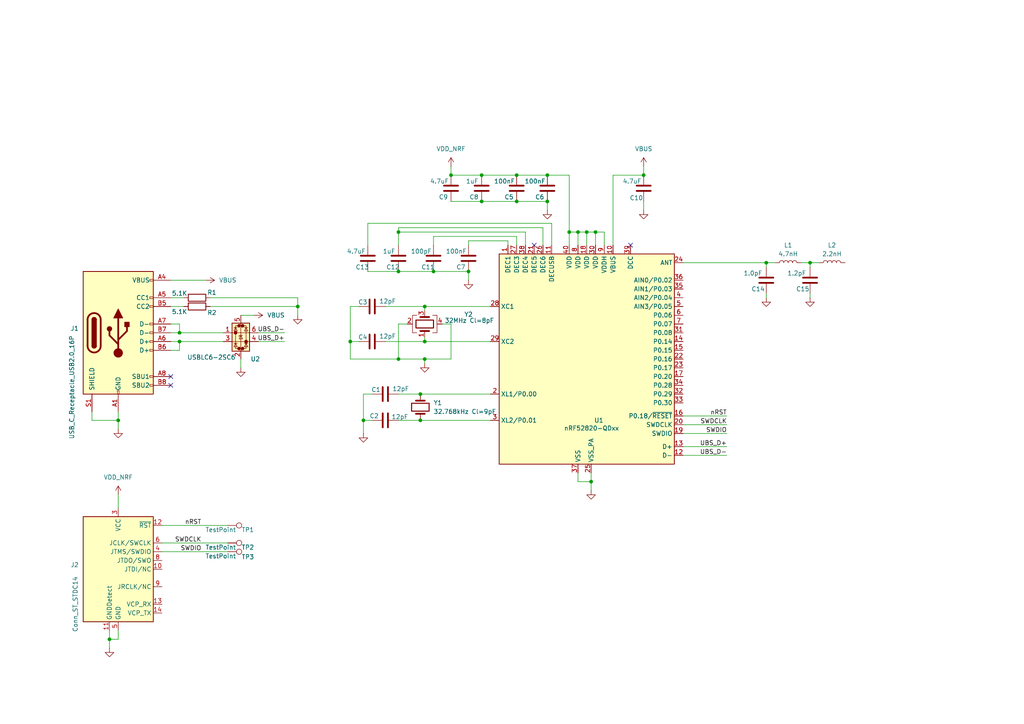
<source format=kicad_sch>
(kicad_sch (version 20250114) (generator "eeschema") (generator_version "9.0")
  (paper "A4")
  (lib_symbols
    (symbol "Connector:Conn_ST_STDC14"
      (property "Reference" "J" (at -8.89 16.51 0))
      (property "Value" "Conn_ST_STDC14" (at 17.78 16.51 0))
      (symbol "Conn_ST_STDC14_0_1"
        (rectangle (start -10.16 15.24) (end 10.16 -15.24) (stroke (width 0.254)) (fill (type background)))
      )
      (symbol "Conn_ST_STDC14_1_1"
        (pin no_connect line (at -10.16 5.08 0) (length 2.54) (hide yes) (name "NC") (number "1"))
        (pin no_connect line (at -10.16 2.54 0) (length 2.54) (hide yes) (name "NC") (number "2"))
        (pin passive line (at -2.54 -17.78 90) (length 2.54) (name "GNDDetect") (number "11"))
        (pin power_in line (at 0 17.78 270) (length 2.54) (name "VCC") (number "3"))
        (pin power_in line (at 0 -17.78 90) (length 2.54) (name "GND") (number "5"))
        (pin passive line (at 0 -17.78 90) (length 2.54) (hide yes) (name "GND") (number "7"))
        (pin open_collector line (at 12.7 12.7 180) (length 2.54) (name "~{RST}") (number "12"))
        (pin output line (at 12.7 7.62 180) (length 2.54) (name "JCLK/SWCLK") (number "6"))
        (pin bidirectional line (at 12.7 5.08 180) (length 2.54) (name "JTMS/SWDIO") (number "4"))
        (pin input line (at 12.7 2.54 180) (length 2.54) (name "JTDO/SWO") (number "8"))
        (pin output line (at 12.7 0 180) (length 2.54) (name "JTDI/NC") (number "10"))
        (pin input line (at 12.7 -5.08 180) (length 2.54) (name "JRCLK/NC") (number "9"))
        (pin output line (at 12.7 -10.16 180) (length 2.54) (name "VCP_RX") (number "13"))
        (pin input line (at 12.7 -12.7 180) (length 2.54) (name "VCP_TX") (number "14"))
      )
    )
    (symbol "Connector:TestPoint" (pin_numbers (hide yes)) (pin_names (offset 0.762) (hide yes))
      (property "Reference" "TP" (at 0 6.858 0))
      (property "Value" "TestPoint" (at 0 5.08 0))
      (symbol "TestPoint_0_1"
        (circle (center 0 3.302) (radius 0.762))
      )
      (symbol "TestPoint_1_1"
        (pin passive line (at 0 0 90) (length 2.54) (name "1") (number "1"))
      )
    )
    (symbol "Connector:USB_C_Receptacle_USB2.0_16P" (pin_names (offset 1.016))
      (property "Reference" "J" (at 0 22.225 0))
      (property "Value" "USB_C_Receptacle_USB2.0_16P" (at 0 19.685 0))
      (symbol "USB_C_Receptacle_USB2.0_16P_0_0"
        (rectangle (start -0.254 -17.78) (end 0.254 -16.764))
        (rectangle (start 10.16 15.494) (end 9.144 14.986))
        (rectangle (start 10.16 10.414) (end 9.144 9.906))
        (rectangle (start 10.16 7.874) (end 9.144 7.366))
        (rectangle (start 10.16 2.794) (end 9.144 2.286))
        (rectangle (start 10.16 0.254) (end 9.144 -0.254))
        (rectangle (start 10.16 -2.286) (end 9.144 -2.794))
        (rectangle (start 10.16 -4.826) (end 9.144 -5.334))
        (rectangle (start 10.16 -12.446) (end 9.144 -12.954))
        (rectangle (start 10.16 -14.986) (end 9.144 -15.494))
      )
      (symbol "USB_C_Receptacle_USB2.0_16P_0_1"
        (rectangle (start -10.16 17.78) (end 10.16 -17.78) (stroke (width 0.254)) (fill (type background)))
        (polyline (pts (xy -8.89 -3.81) (xy -8.89 3.81)) (stroke (width 0.508)))
        (rectangle (start -7.62 -3.81) (end -6.35 3.81) (stroke (width 0.254)) (fill (type outline)))
        (arc (start -7.62 3.81) (mid -6.985 4.4423) (end -6.35 3.81) (stroke (width 0.254)))
        (arc (start -7.62 3.81) (mid -6.985 4.4423) (end -6.35 3.81) (stroke (width 0.254)) (fill (type outline)))
        (arc (start -8.89 3.81) (mid -6.985 5.7067) (end -5.08 3.81) (stroke (width 0.508)))
        (arc (start -5.08 -3.81) (mid -6.985 -5.7067) (end -8.89 -3.81) (stroke (width 0.508)))
        (arc (start -6.35 -3.81) (mid -6.985 -4.4423) (end -7.62 -3.81) (stroke (width 0.254)))
        (arc (start -6.35 -3.81) (mid -6.985 -4.4423) (end -7.62 -3.81) (stroke (width 0.254)) (fill (type outline)))
        (polyline (pts (xy -5.08 3.81) (xy -5.08 -3.81)) (stroke (width 0.508)))
        (circle (center -2.54 1.143) (radius 0.635) (stroke (width 0.254)) (fill (type outline)))
        (polyline (pts (xy -1.27 4.318) (xy 0 6.858) (xy 1.27 4.318) (xy -1.27 4.318)) (stroke (width 0.254)) (fill (type outline)))
        (polyline (pts (xy 0 -2.032) (xy 2.54 0.508) (xy 2.54 1.778)) (stroke (width 0.508)))
        (polyline (pts (xy 0 -3.302) (xy -2.54 -0.762) (xy -2.54 0.508)) (stroke (width 0.508)))
        (polyline (pts (xy 0 -5.842) (xy 0 4.318)) (stroke (width 0.508)))
        (circle (center 0 -5.842) (radius 1.27) (fill (type outline)))
        (rectangle (start 1.905 1.778) (end 3.175 3.048) (stroke (width 0.254)) (fill (type outline)))
      )
      (symbol "USB_C_Receptacle_USB2.0_16P_1_1"
        (pin passive line (at -7.62 -22.86 90) (length 5.08) (name "SHIELD") (number "S1"))
        (pin passive line (at 0 -22.86 90) (length 5.08) (name "GND") (number "A1"))
        (pin passive line (at 0 -22.86 90) (length 5.08) (hide yes) (name "GND") (number "A12"))
        (pin passive line (at 0 -22.86 90) (length 5.08) (hide yes) (name "GND") (number "B1"))
        (pin passive line (at 0 -22.86 90) (length 5.08) (hide yes) (name "GND") (number "B12"))
        (pin passive line (at 15.24 15.24 180) (length 5.08) (name "VBUS") (number "A4"))
        (pin passive line (at 15.24 15.24 180) (length 5.08) (hide yes) (name "VBUS") (number "A9"))
        (pin passive line (at 15.24 15.24 180) (length 5.08) (hide yes) (name "VBUS") (number "B4"))
        (pin passive line (at 15.24 15.24 180) (length 5.08) (hide yes) (name "VBUS") (number "B9"))
        (pin bidirectional line (at 15.24 10.16 180) (length 5.08) (name "CC1") (number "A5"))
        (pin bidirectional line (at 15.24 7.62 180) (length 5.08) (name "CC2") (number "B5"))
        (pin bidirectional line (at 15.24 2.54 180) (length 5.08) (name "D-") (number "A7"))
        (pin bidirectional line (at 15.24 0 180) (length 5.08) (name "D-") (number "B7"))
        (pin bidirectional line (at 15.24 -2.54 180) (length 5.08) (name "D+") (number "A6"))
        (pin bidirectional line (at 15.24 -5.08 180) (length 5.08) (name "D+") (number "B6"))
        (pin bidirectional line (at 15.24 -12.7 180) (length 5.08) (name "SBU1") (number "A8"))
        (pin bidirectional line (at 15.24 -15.24 180) (length 5.08) (name "SBU2") (number "B8"))
      )
    )
    (symbol "Device:C" (pin_numbers (hide yes)) (pin_names (offset 0.254))
      (property "Reference" "C" (at 0.635 2.54 0))
      (property "Value" "C" (at 0.635 -2.54 0))
      (symbol "C_0_1"
        (polyline (pts (xy -2.032 0.762) (xy 2.032 0.762)) (stroke (width 0.508)))
        (polyline (pts (xy -2.032 -0.762) (xy 2.032 -0.762)) (stroke (width 0.508)))
      )
      (symbol "C_1_1"
        (pin passive line (at 0 3.81 270) (length 2.794) (name "~") (number "1"))
        (pin passive line (at 0 -3.81 90) (length 2.794) (name "~") (number "2"))
      )
    )
    (symbol "Device:Crystal" (pin_numbers (hide yes)) (pin_names (offset 1.016) (hide yes))
      (property "Reference" "Y" (at 0 3.81 0))
      (property "Value" "Crystal" (at 0 -3.81 0))
      (symbol "Crystal_0_1"
        (polyline (pts (xy -2.54 0) (xy -1.905 0)))
        (polyline (pts (xy -1.905 -1.27) (xy -1.905 1.27)) (stroke (width 0.508)))
        (rectangle (start -1.143 2.54) (end 1.143 -2.54) (stroke (width 0.3048)))
        (polyline (pts (xy 1.905 -1.27) (xy 1.905 1.27)) (stroke (width 0.508)))
        (polyline (pts (xy 2.54 0) (xy 1.905 0)))
      )
      (symbol "Crystal_1_1"
        (pin passive line (at -3.81 0 0) (length 1.27) (name "1") (number "1"))
        (pin passive line (at 3.81 0 180) (length 1.27) (name "2") (number "2"))
      )
    )
    (symbol "Device:Crystal_GND24" (pin_names (offset 1.016) (hide yes))
      (property "Reference" "Y" (at 3.175 5.08 0))
      (property "Value" "Crystal_GND24" (at 3.175 3.175 0))
      (symbol "Crystal_GND24_0_1"
        (polyline (pts (xy -2.54 2.286) (xy -2.54 3.556) (xy 2.54 3.556) (xy 2.54 2.286)))
        (polyline (pts (xy -2.54 0) (xy -2.032 0)))
        (polyline (pts (xy -2.54 -2.286) (xy -2.54 -3.556) (xy 2.54 -3.556) (xy 2.54 -2.286)))
        (polyline (pts (xy -2.032 -1.27) (xy -2.032 1.27)) (stroke (width 0.508)))
        (rectangle (start -1.143 2.54) (end 1.143 -2.54) (stroke (width 0.3048)))
        (polyline (pts (xy 0 3.556) (xy 0 3.81)))
        (polyline (pts (xy 0 -3.81) (xy 0 -3.556)))
        (polyline (pts (xy 2.032 0) (xy 2.54 0)))
        (polyline (pts (xy 2.032 -1.27) (xy 2.032 1.27)) (stroke (width 0.508)))
      )
      (symbol "Crystal_GND24_1_1"
        (pin passive line (at -3.81 0 0) (length 1.27) (name "1") (number "1"))
        (pin passive line (at 0 5.08 270) (length 1.27) (name "2") (number "2"))
        (pin passive line (at 0 -5.08 90) (length 1.27) (name "4") (number "4"))
        (pin passive line (at 3.81 0 180) (length 1.27) (name "3") (number "3"))
      )
    )
    (symbol "Device:L" (pin_numbers (hide yes)) (pin_names (offset 1.016) (hide yes))
      (property "Reference" "L" (at -1.27 0 90))
      (property "Value" "L" (at 1.905 0 90))
      (symbol "L_0_1"
        (arc (start 0 2.54) (mid 0.6323 1.905) (end 0 1.27))
        (arc (start 0 1.27) (mid 0.6323 0.635) (end 0 0))
        (arc (start 0 0) (mid 0.6323 -0.635) (end 0 -1.27))
        (arc (start 0 -1.27) (mid 0.6323 -1.905) (end 0 -2.54))
      )
      (symbol "L_1_1"
        (pin passive line (at 0 3.81 270) (length 1.27) (name "1") (number "1"))
        (pin passive line (at 0 -3.81 90) (length 1.27) (name "2") (number "2"))
      )
    )
    (symbol "Device:R" (pin_numbers (hide yes)) (pin_names (offset 0))
      (property "Reference" "R" (at 2.032 0 90))
      (property "Value" "R" (at 0 0 90))
      (symbol "R_0_1"
        (rectangle (start -1.016 -2.54) (end 1.016 2.54) (stroke (width 0.254)))
      )
      (symbol "R_1_1"
        (pin passive line (at 0 3.81 270) (length 1.27) (name "~") (number "1"))
        (pin passive line (at 0 -3.81 90) (length 1.27) (name "~") (number "2"))
      )
    )
    (symbol "MCU_Nordic:nRF52820-QDxx"
      (property "Reference" "U1" (at 2.1433 -25.4 0))
      (property "Value" "nRF52820-QDxx" (at 2.1433 -27.94 0))
      (symbol "nRF52820-QDxx_0_1"
        (rectangle (start -25.4 22.86) (end 25.4 -38.1) (stroke (width 0.254)) (fill (type background)))
      )
      (symbol "nRF52820-QDxx_1_1"
        (pin input line (at -27.94 7.62 0) (length 2.54) (name "XC1") (number "28"))
        (pin input line (at -27.94 -2.54 0) (length 2.54) (name "XC2") (number "29"))
        (pin bidirectional line (at -27.94 -17.78 0) (length 2.54) (name "XL1/P0.00") (number "2"))
        (pin bidirectional line (at -27.94 -25.4 0) (length 2.54) (name "XL2/P0.01") (number "3"))
        (pin passive line (at -22.86 25.4 270) (length 2.54) (name "DEC1") (number "1"))
        (pin passive line (at -20.32 25.4 270) (length 2.54) (name "DEC3") (number "27"))
        (pin passive line (at -17.78 25.4 270) (length 2.54) (name "DEC4") (number "38"))
        (pin passive line (at -15.24 25.4 270) (length 2.54) (name "DEC5") (number "21"))
        (pin passive line (at -12.7 25.4 270) (length 2.54) (name "DEC6") (number "26"))
        (pin passive line (at -10.16 25.4 270) (length 2.54) (name "DECUSB") (number "11"))
        (pin power_in line (at -5.08 25.4 270) (length 2.54) (name "VDD") (number "40"))
        (pin power_in line (at -2.54 25.4 270) (length 2.54) (name "VDD") (number "8"))
        (pin passive line (at -2.54 -25.4 90) (length 2.54) (hide yes) (name "VSS") (number "41"))
        (pin power_in line (at -2.54 -40.64 90) (length 2.54) (name "VSS") (number "37"))
        (pin power_in line (at 0 25.4 270) (length 2.54) (name "VDD") (number "18"))
        (pin power_in line (at 1.27 -40.64 90) (length 2.54) (name "VSS_PA") (number "25"))
        (pin power_in line (at 2.54 25.4 270) (length 2.54) (name "VDD") (number "30"))
        (pin power_in line (at 5.08 25.4 270) (length 2.54) (name "VDDH") (number "9"))
        (pin power_in line (at 7.62 25.4 270) (length 2.54) (name "VBUS") (number "10"))
        (pin power_out line (at 12.7 25.4 270) (length 2.54) (name "DCC") (number "39"))
        (pin passive line (at 27.94 20.32 180) (length 2.54) (name "ANT") (number "24"))
        (pin bidirectional line (at 27.94 15.24 180) (length 2.54) (name "AIN0/P0.02") (number "36"))
        (pin bidirectional line (at 27.94 12.7 180) (length 2.54) (name "AIN1/P0.03") (number "35"))
        (pin bidirectional line (at 27.94 10.16 180) (length 2.54) (name "AIN2/P0.04") (number "4"))
        (pin bidirectional line (at 27.94 7.62 180) (length 2.54) (name "AIN3/P0.05") (number "5"))
        (pin bidirectional line (at 27.94 5.08 180) (length 2.54) (name "P0.06") (number "6"))
        (pin bidirectional line (at 27.94 2.54 180) (length 2.54) (name "P0.07") (number "7"))
        (pin bidirectional line (at 27.94 0 180) (length 2.54) (name "P0.08") (number "31"))
        (pin bidirectional line (at 27.94 -2.54 180) (length 2.54) (name "P0.14") (number "14"))
        (pin bidirectional line (at 27.94 -5.08 180) (length 2.54) (name "P0.15") (number "15"))
        (pin bidirectional line (at 27.94 -7.62 180) (length 2.54) (name "P0.16") (number "22"))
        (pin bidirectional line (at 27.94 -10.16 180) (length 2.54) (name "P0.17") (number "23"))
        (pin bidirectional line (at 27.94 -12.7 180) (length 2.54) (name "P0.20") (number "17"))
        (pin bidirectional line (at 27.94 -15.24 180) (length 2.54) (name "P0.28") (number "34"))
        (pin bidirectional line (at 27.94 -17.78 180) (length 2.54) (name "P0.29") (number "32"))
        (pin bidirectional line (at 27.94 -20.32 180) (length 2.54) (name "P0.30") (number "33"))
        (pin bidirectional line (at 27.94 -24.13 180) (length 2.54) (name "P0.18/~{RESET}") (number "16"))
        (pin input line (at 27.94 -26.67 180) (length 2.54) (name "SWDCLK") (number "20"))
        (pin bidirectional line (at 27.94 -29.21 180) (length 2.54) (name "SWDIO") (number "19"))
        (pin bidirectional line (at 27.94 -33.02 180) (length 2.54) (name "D+") (number "13"))
        (pin bidirectional line (at 27.94 -35.56 180) (length 2.54) (name "D-") (number "12"))
      )
    )
    (symbol "Power_Protection:USBLC6-2SC6" (pin_names (hide yes))
      (property "Reference" "U" (at 0.635 5.715 0))
      (property "Value" "USBLC6-2SC6" (at 0.635 3.81 0))
      (symbol "USBLC6-2SC6_0_0"
        (circle (center -1.524 0) (radius 0.0001) (stroke (width 0.508)))
        (circle (center -0.508 2.032) (radius 0.0001) (stroke (width 0.508)))
        (circle (center -0.508 -4.572) (radius 0.0001) (stroke (width 0.508)))
        (circle (center 0.508 2.032) (radius 0.0001) (stroke (width 0.508)))
        (circle (center 0.508 -4.572) (radius 0.0001) (stroke (width 0.508)))
        (circle (center 1.524 -2.54) (radius 0.0001) (stroke (width 0.508)))
      )
      (symbol "USBLC6-2SC6_0_1"
        (polyline (pts (xy -2.54 0) (xy 2.54 0)))
        (polyline (pts (xy -2.54 -2.54) (xy 2.54 -2.54)))
        (polyline (pts (xy -2.032 0.508) (xy -1.016 0.508) (xy -1.524 1.524) (xy -2.032 0.508)))
        (polyline (pts (xy -2.032 -3.048) (xy -1.016 -3.048)))
        (polyline (pts (xy -1.016 1.524) (xy -2.032 1.524)))
        (polyline (pts (xy -1.016 -4.064) (xy -2.032 -4.064) (xy -1.524 -3.048) (xy -1.016 -4.064)))
        (polyline (pts (xy -0.508 -1.143) (xy -0.508 -0.762) (xy 0.508 -0.762)))
        (polyline (pts (xy 0 2.54) (xy -0.508 2.032) (xy 0.508 2.032) (xy 0 1.524) (xy 0 -4.064) (xy -0.508 -4.572) (xy 0.508 -4.572) (xy 0 -5.08)))
        (polyline (pts (xy 0.508 -1.778) (xy -0.508 -1.778) (xy 0 -0.762) (xy 0.508 -1.778)))
        (polyline (pts (xy 1.016 1.524) (xy 2.032 1.524)))
        (polyline (pts (xy 1.016 -3.048) (xy 2.032 -3.048)))
        (polyline (pts (xy 2.032 0.508) (xy 1.016 0.508) (xy 1.524 1.524) (xy 2.032 0.508)))
        (polyline (pts (xy 2.032 -4.064) (xy 1.016 -4.064) (xy 1.524 -3.048) (xy 2.032 -4.064)))
      )
      (symbol "USBLC6-2SC6_1_1"
        (rectangle (start -2.54 2.794) (end 2.54 -5.334) (stroke (width 0.254)) (fill (type background)))
        (polyline (pts (xy -0.508 2.032) (xy -1.524 2.032) (xy -1.524 -4.572) (xy -0.508 -4.572)))
        (polyline (pts (xy 0.508 -4.572) (xy 1.524 -4.572) (xy 1.524 2.032) (xy 0.508 2.032)))
        (pin passive line (at -5.08 0 0) (length 2.54) (name "I/O1") (number "1"))
        (pin passive line (at -5.08 -2.54 0) (length 2.54) (name "I/O2") (number "3"))
        (pin passive line (at 0 5.08 270) (length 2.54) (name "VBUS") (number "5"))
        (pin passive line (at 0 -7.62 90) (length 2.54) (name "GND") (number "2"))
        (pin passive line (at 5.08 0 180) (length 2.54) (name "I/O1") (number "6"))
        (pin passive line (at 5.08 -2.54 180) (length 2.54) (name "I/O2") (number "4"))
      )
    )
    (symbol "power:GND" (power) (pin_numbers (hide yes)) (pin_names (offset 0) (hide yes))
      (property "Value" "GND" (at 0 -3.81 0))
      (symbol "GND_0_1"
        (polyline (pts (xy 0 0) (xy 0 -1.27) (xy 1.27 -1.27) (xy 0 -2.54) (xy -1.27 -1.27) (xy 0 -1.27)))
      )
      (symbol "GND_1_1"
        (pin power_in line (at 0 0 270) (length 0) (name "~") (number "1"))
      )
    )
    (symbol "power:VDD" (power) (pin_numbers (hide yes)) (pin_names (offset 0) (hide yes))
      (property "Value" "VDD" (at 0 3.556 0))
      (symbol "VDD_0_1"
        (polyline (pts (xy -0.762 1.27) (xy 0 2.54)))
        (polyline (pts (xy 0 2.54) (xy 0.762 1.27)))
        (polyline (pts (xy 0 0) (xy 0 2.54)))
      )
      (symbol "VDD_1_1"
        (pin power_in line (at 0 0 90) (length 0) (name "~") (number "1"))
      )
    )
  )
  (junction (at 115.57 78.74))
  (junction (at 123.19 104.14))
  (junction (at 170.18 67.31))
  (junction (at 52.07 99.06))
  (junction (at 123.19 99.06))
  (junction (at 125.73 78.74))
  (junction (at 121.92 114.3))
  (junction (at 222.25 76.2))
  (junction (at 186.69 50.8))
  (junction (at 31.75 185.42))
  (junction (at 171.45 139.7))
  (junction (at 130.81 50.8))
  (junction (at 139.7 58.42))
  (junction (at 172.72 67.31))
  (junction (at 139.7 50.8))
  (junction (at 86.36 88.9))
  (junction (at 158.75 50.8))
  (junction (at 234.95 76.2))
  (junction (at 123.19 88.9))
  (junction (at 115.57 67.31))
  (junction (at 115.57 104.14))
  (junction (at 121.92 121.92))
  (junction (at 101.6 99.06))
  (junction (at 135.89 78.74))
  (junction (at 105.41 121.92))
  (junction (at 149.86 58.42))
  (junction (at 158.75 58.42))
  (junction (at 165.1 67.31))
  (junction (at 149.86 50.8))
  (junction (at 52.07 96.52))
  (junction (at 34.29 121.92))
  (junction (at 167.64 67.31))
  (no_connect (at 49.53 111.76))
  (no_connect (at 49.53 109.22))
  (no_connect (at 154.94 71.12))
  (no_connect (at 182.88 71.12))
  (wire (pts (xy 177.8 50.8) (xy 186.69 50.8)))
  (wire (pts (xy 147.32 69.85) (xy 135.89 69.85)))
  (wire (pts (xy 222.25 76.2) (xy 224.79 76.2)))
  (wire (pts (xy 123.19 105.41) (xy 123.19 104.14)))
  (wire (pts (xy 135.89 78.74) (xy 135.89 81.28)))
  (wire (pts (xy 158.75 50.8) (xy 165.1 50.8)))
  (wire (pts (xy 165.1 67.31) (xy 165.1 71.12)))
  (wire (pts (xy 172.72 67.31) (xy 170.18 67.31)))
  (wire (pts (xy 105.41 114.3) (xy 105.41 121.92)))
  (wire (pts (xy 121.92 114.3) (xy 142.24 114.3)))
  (wire (pts (xy 49.53 101.6) (xy 52.07 101.6)))
  (wire (pts (xy 53.34 88.9) (xy 49.53 88.9)))
  (wire (pts (xy 31.75 185.42) (xy 31.75 187.96)))
  (wire (pts (xy 160.02 64.77) (xy 106.68 64.77)))
  (wire (pts (xy 157.48 66.04) (xy 115.57 66.04)))
  (wire (pts (xy 198.12 123.19) (xy 210.82 123.19)))
  (wire (pts (xy 123.19 88.9) (xy 142.24 88.9)))
  (wire (pts (xy 59.69 81.28) (xy 49.53 81.28)))
  (wire (pts (xy 52.07 99.06) (xy 49.53 99.06)))
  (wire (pts (xy 106.68 64.77) (xy 106.68 71.12)))
  (wire (pts (xy 69.85 104.14) (xy 69.85 106.68)))
  (wire (pts (xy 101.6 104.14) (xy 101.6 99.06)))
  (wire (pts (xy 157.48 71.12) (xy 157.48 66.04)))
  (wire (pts (xy 104.14 88.9) (xy 101.6 88.9)))
  (wire (pts (xy 125.73 68.58) (xy 125.73 71.12)))
  (wire (pts (xy 167.64 139.7) (xy 167.64 137.16)))
  (wire (pts (xy 186.69 48.26) (xy 186.69 50.8)))
  (wire (pts (xy 186.69 58.42) (xy 186.69 60.96)))
  (wire (pts (xy 198.12 76.2) (xy 222.25 76.2)))
  (wire (pts (xy 34.29 143.51) (xy 34.29 147.32)))
  (wire (pts (xy 167.64 67.31) (xy 167.64 71.12)))
  (wire (pts (xy 53.34 86.36) (xy 49.53 86.36)))
  (wire (pts (xy 175.26 71.12) (xy 175.26 67.31)))
  (wire (pts (xy 107.95 114.3) (xy 105.41 114.3)))
  (wire (pts (xy 142.24 99.06) (xy 123.19 99.06)))
  (wire (pts (xy 86.36 86.36) (xy 86.36 88.9)))
  (wire (pts (xy 234.95 85.09) (xy 234.95 86.36)))
  (wire (pts (xy 139.7 50.8) (xy 149.86 50.8)))
  (wire (pts (xy 125.73 78.74) (xy 135.89 78.74)))
  (wire (pts (xy 165.1 50.8) (xy 165.1 67.31)))
  (wire (pts (xy 149.86 58.42) (xy 158.75 58.42)))
  (wire (pts (xy 121.92 121.92) (xy 142.24 121.92)))
  (wire (pts (xy 149.86 71.12) (xy 149.86 68.58)))
  (wire (pts (xy 115.57 66.04) (xy 115.57 67.31)))
  (wire (pts (xy 66.04 160.02) (xy 46.99 160.02)))
  (wire (pts (xy 130.81 93.98) (xy 130.81 104.14)))
  (wire (pts (xy 115.57 67.31) (xy 115.57 71.12)))
  (wire (pts (xy 170.18 67.31) (xy 170.18 71.12)))
  (wire (pts (xy 115.57 104.14) (xy 101.6 104.14)))
  (wire (pts (xy 149.86 50.8) (xy 158.75 50.8)))
  (wire (pts (xy 234.95 76.2) (xy 237.49 76.2)))
  (wire (pts (xy 160.02 71.12) (xy 160.02 64.77)))
  (wire (pts (xy 118.11 93.98) (xy 115.57 93.98)))
  (wire (pts (xy 49.53 93.98) (xy 52.07 93.98)))
  (wire (pts (xy 60.96 86.36) (xy 86.36 86.36)))
  (wire (pts (xy 130.81 104.14) (xy 123.19 104.14)))
  (wire (pts (xy 222.25 77.47) (xy 222.25 76.2)))
  (wire (pts (xy 52.07 96.52) (xy 49.53 96.52)))
  (wire (pts (xy 198.12 129.54) (xy 210.82 129.54)))
  (wire (pts (xy 158.75 58.42) (xy 158.75 60.96)))
  (wire (pts (xy 172.72 67.31) (xy 172.72 71.12)))
  (wire (pts (xy 149.86 68.58) (xy 125.73 68.58)))
  (wire (pts (xy 152.4 67.31) (xy 115.57 67.31)))
  (wire (pts (xy 130.81 48.26) (xy 130.81 50.8)))
  (wire (pts (xy 111.76 88.9) (xy 123.19 88.9)))
  (wire (pts (xy 198.12 125.73) (xy 210.82 125.73)))
  (wire (pts (xy 86.36 88.9) (xy 60.96 88.9)))
  (wire (pts (xy 128.27 93.98) (xy 130.81 93.98)))
  (wire (pts (xy 101.6 99.06) (xy 104.14 99.06)))
  (wire (pts (xy 34.29 119.38) (xy 34.29 121.92)))
  (wire (pts (xy 167.64 67.31) (xy 165.1 67.31)))
  (wire (pts (xy 115.57 121.92) (xy 121.92 121.92)))
  (wire (pts (xy 135.89 69.85) (xy 135.89 71.12)))
  (wire (pts (xy 26.67 121.92) (xy 34.29 121.92)))
  (wire (pts (xy 105.41 125.73) (xy 105.41 121.92)))
  (wire (pts (xy 73.66 91.44) (xy 69.85 91.44)))
  (wire (pts (xy 105.41 121.92) (xy 107.95 121.92)))
  (wire (pts (xy 66.04 157.48) (xy 46.99 157.48)))
  (wire (pts (xy 82.55 96.52) (xy 74.93 96.52)))
  (wire (pts (xy 34.29 121.92) (xy 34.29 124.46)))
  (wire (pts (xy 64.77 99.06) (xy 52.07 99.06)))
  (wire (pts (xy 232.41 76.2) (xy 234.95 76.2)))
  (wire (pts (xy 198.12 132.08) (xy 210.82 132.08)))
  (wire (pts (xy 34.29 182.88) (xy 34.29 185.42)))
  (wire (pts (xy 86.36 88.9) (xy 86.36 91.44)))
  (wire (pts (xy 26.67 119.38) (xy 26.67 121.92)))
  (wire (pts (xy 123.19 99.06) (xy 123.19 97.79)))
  (wire (pts (xy 171.45 139.7) (xy 171.45 142.24)))
  (wire (pts (xy 170.18 67.31) (xy 167.64 67.31)))
  (wire (pts (xy 177.8 71.12) (xy 177.8 50.8)))
  (wire (pts (xy 234.95 77.47) (xy 234.95 76.2)))
  (wire (pts (xy 101.6 88.9) (xy 101.6 99.06)))
  (wire (pts (xy 167.64 139.7) (xy 171.45 139.7)))
  (wire (pts (xy 31.75 182.88) (xy 31.75 185.42)))
  (wire (pts (xy 66.04 152.4) (xy 46.99 152.4)))
  (wire (pts (xy 106.68 78.74) (xy 115.57 78.74)))
  (wire (pts (xy 123.19 90.17) (xy 123.19 88.9)))
  (wire (pts (xy 115.57 78.74) (xy 125.73 78.74)))
  (wire (pts (xy 130.81 58.42) (xy 139.7 58.42)))
  (wire (pts (xy 222.25 85.09) (xy 222.25 86.36)))
  (wire (pts (xy 130.81 50.8) (xy 139.7 50.8)))
  (wire (pts (xy 123.19 104.14) (xy 115.57 104.14)))
  (wire (pts (xy 52.07 101.6) (xy 52.07 99.06)))
  (wire (pts (xy 111.76 99.06) (xy 123.19 99.06)))
  (wire (pts (xy 198.12 120.65) (xy 210.82 120.65)))
  (wire (pts (xy 64.77 96.52) (xy 52.07 96.52)))
  (wire (pts (xy 139.7 58.42) (xy 149.86 58.42)))
  (wire (pts (xy 175.26 67.31) (xy 172.72 67.31)))
  (wire (pts (xy 171.45 137.16) (xy 171.45 139.7)))
  (wire (pts (xy 115.57 114.3) (xy 121.92 114.3)))
  (wire (pts (xy 147.32 71.12) (xy 147.32 69.85)))
  (wire (pts (xy 115.57 93.98) (xy 115.57 104.14)))
  (wire (pts (xy 82.55 99.06) (xy 74.93 99.06)))
  (wire (pts (xy 152.4 71.12) (xy 152.4 67.31)))
  (wire (pts (xy 34.29 185.42) (xy 31.75 185.42)))
  (wire (pts (xy 52.07 93.98) (xy 52.07 96.52)))
  (label "UBS_D-" (at 210.82 132.08 180))
  (label "UBS_D+" (at 210.82 129.54 180))
  (label "SWDCLK" (at 210.82 123.19 180))
  (label "SWDIO" (at 58.42 160.02 180))
  (label "UBS_D-" (at 82.55 96.52 180))
  (label "SWDCLK" (at 58.42 157.48 180))
  (label "UBS_D+" (at 82.55 99.06 180))
  (label "nRST" (at 58.42 152.4 180))
  (label "SWDIO" (at 210.82 125.73 180))
  (label "nRST" (at 210.82 120.65 180))
  (symbol (lib_id "Device:C") (at 111.76 114.3 270) (unit 1)
    (property "Reference" "C1" (at 107.696 113.03 90) (effects (justify left)))
    (property "Value" "12pF" (at 113.792 112.776 90) (effects (justify left)))
    (property "Footprint" "Capacitor_SMD:C_0201_0603Metric" (effects (hide yes)))
    (property "Description" "Unpolarized capacitor" (effects (hide yes)))
  )
  (symbol (lib_id "Device:R") (at 57.15 88.9 270) (mirror x) (unit 1)
    (property "Reference" "R2" (at 61.468 90.678 90))
    (property "Value" "5.1K" (at 52.07 90.424 90))
    (property "Footprint" "Resistor_SMD:R_0402_1005Metric_Pad0.72x0.64mm_HandSolder" (effects (hide yes)))
    (property "Description" "Resistor" (effects (hide yes)))
  )
  (symbol (lib_id "Device:C") (at 234.95 81.28 0) (unit 1)
    (property "Reference" "C15" (at 230.886 83.82 0) (effects (justify left)))
    (property "Value" "1.2pF" (at 228.346 79.248 0) (effects (justify left)))
    (property "Footprint" "Capacitor_SMD:C_0201_0603Metric" (effects (hide yes)))
    (property "Description" "Unpolarized capacitor" (effects (hide yes)))
  )
  (symbol (lib_id "power:VDD") (at 34.29 143.51 0) (mirror y) (unit 1)
    (property "Reference" "#PWR011" (effects (hide yes)))
    (property "Value" "VDD_NRF" (at 34.29 138.43 0))
    (property "Description" "Power symbol creates a global label with name \"VDD\"" (effects (hide yes)))
  )
  (symbol (lib_id "Device:L") (at 241.3 76.2 90) (unit 1)
    (property "Reference" "L2" (at 241.3 71.12 90))
    (property "Value" "2.2nH" (at 241.3 73.66 90))
    (property "Footprint" "Inductor_SMD:L_0201_0603Metric_Pad0.64x0.40mm_HandSolder" (effects (hide yes)))
    (property "Description" "Inductor" (effects (hide yes)))
  )
  (symbol (lib_id "Device:C") (at 186.69 54.61 0) (unit 1)
    (property "Reference" "C10" (at 182.626 57.404 0) (effects (justify left)))
    (property "Value" "4.7uF" (at 180.594 52.578 0) (effects (justify left)))
    (property "Footprint" "Capacitor_SMD:C_0603_1608Metric_Pad1.08x0.95mm_HandSolder" (effects (hide yes)))
    (property "Description" "Unpolarized capacitor" (effects (hide yes)))
  )
  (symbol (lib_id "Device:Crystal_GND24") (at 123.19 93.98 90) (unit 1)
    (property "Reference" "Y2" (at 135.89 91.186 90))
    (property "Value" "32MHz Cl=8pF" (at 136.144 92.964 90))
    (property "Footprint" "Crystal:Crystal_SMD_2016-4Pin_2.0x1.6mm" (effects (hide yes)))
    (property "Description" "Four pin crystal, GND on pins 2 and 4" (effects (hide yes)))
  )
  (symbol (lib_id "power:GND") (at 34.29 124.46 0) (mirror y) (unit 1)
    (property "Reference" "#PWR013" (effects (hide yes)))
    (property "Value" "GND" (effects (hide yes)))
    (property "Description" "Power symbol creates a global label with name \"GND\" , ground" (effects (hide yes)))
  )
  (symbol (lib_id "Power_Protection:USBLC6-2SC6") (at 69.85 96.52 0) (unit 1)
    (property "Reference" "U2" (at 75.438 104.14 0) (effects (justify right)))
    (property "Value" "USBLC6-2SC6" (at 68.326 103.632 0) (effects (justify right)))
    (property "Footprint" "Package_TO_SOT_SMD:SOT-23-6" (effects (hide yes)))
    (property "Datasheet" "https://www.st.com/resource/en/datasheet/usblc6-2.pdf" (effects (hide yes)))
    (property "Description" "Very low capacitance ESD protection diode, 2 data-line, SOT-23-6" (effects (hide yes)))
  )
  (symbol (lib_id "power:GND") (at 123.19 105.41 0) (unit 1)
    (property "Reference" "#PWR03" (effects (hide yes)))
    (property "Value" "GND" (effects (hide yes)))
    (property "Description" "Power symbol creates a global label with name \"GND\" , ground" (effects (hide yes)))
  )
  (symbol (lib_id "Device:C") (at 149.86 54.61 0) (unit 1)
    (property "Reference" "C5" (at 146.304 57.15 0) (effects (justify left)))
    (property "Value" "100nF" (at 143.256 52.578 0) (effects (justify left)))
    (property "Footprint" "Capacitor_SMD:C_0201_0603Metric" (effects (hide yes)))
    (property "Description" "Unpolarized capacitor" (effects (hide yes)))
  )
  (symbol (lib_id "Device:R") (at 57.15 86.36 270) (mirror x) (unit 1)
    (property "Reference" "R1" (at 61.468 84.836 90))
    (property "Value" "5.1K" (at 52.07 85.09 90))
    (property "Footprint" "Resistor_SMD:R_0402_1005Metric_Pad0.72x0.64mm_HandSolder" (effects (hide yes)))
    (property "Description" "Resistor" (effects (hide yes)))
  )
  (symbol (lib_id "Device:C") (at 107.95 88.9 270) (unit 1)
    (property "Reference" "C3" (at 103.886 87.63 90) (effects (justify left)))
    (property "Value" "12pF" (at 109.982 87.376 90) (effects (justify left)))
    (property "Footprint" "Capacitor_SMD:C_0201_0603Metric" (effects (hide yes)))
    (property "Description" "Unpolarized capacitor" (effects (hide yes)))
  )
  (symbol (lib_id "Connector:USB_C_Receptacle_USB2.0_16P") (at 34.29 96.52 0) (unit 1)
    (property "Reference" "J1" (at 22.86 95.2499 0) (effects (justify right)))
    (property "Value" "USB_C_Receptacle_USB2.0_16P" (at 20.828 97.282 90) (effects (justify right)))
    (property "Footprint" "Connector_USB:USB_C_Receptacle_GCT_USB4110" (effects (hide yes)))
    (property "Datasheet" "https://www.usb.org/sites/default/files/documents/usb_type-c.zip" (effects (hide yes)))
    (property "Description" "USB 2.0-only 16P Type-C Receptacle connector" (effects (hide yes)))
  )
  (symbol (lib_id "power:GND") (at 186.69 60.96 0) (unit 1)
    (property "Reference" "#PWR06" (effects (hide yes)))
    (property "Value" "GND" (effects (hide yes)))
    (property "Description" "Power symbol creates a global label with name \"GND\" , ground" (effects (hide yes)))
  )
  (symbol (lib_id "Device:C") (at 107.95 99.06 270) (unit 1)
    (property "Reference" "C4" (at 103.886 97.79 90) (effects (justify left)))
    (property "Value" "12pF" (at 109.982 97.536 90) (effects (justify left)))
    (property "Footprint" "Capacitor_SMD:C_0201_0603Metric" (effects (hide yes)))
    (property "Description" "Unpolarized capacitor" (effects (hide yes)))
  )
  (symbol (lib_id "power:GND") (at 171.45 142.24 0) (unit 1)
    (property "Reference" "#PWR02" (effects (hide yes)))
    (property "Value" "GND" (effects (hide yes)))
    (property "Description" "Power symbol creates a global label with name \"GND\" , ground" (effects (hide yes)))
  )
  (symbol (lib_id "power:VDD") (at 130.81 48.26 0) (unit 1)
    (property "Reference" "#PWR04" (effects (hide yes)))
    (property "Value" "VDD_NRF" (at 130.81 43.18 0))
    (property "Description" "Power symbol creates a global label with name \"VDD\"" (effects (hide yes)))
  )
  (symbol (lib_id "MCU_Nordic:nRF52820-QDxx") (at 170.18 96.52 0) (unit 1)
    (property "Reference" "U1" (at 172.3233 121.92 0) (effects (justify left)))
    (property "Value" "nRF52820-QDxx" (at 163.576 124.206 0) (effects (justify left)))
    (property "Footprint" "Package_DFN_QFN:QFN-40-1EP_5x5mm_P0.4mm_EP3.6x3.6mm" (effects (hide yes)))
    (property "Datasheet" "https://infocenter.nordicsemi.com/pdf/nRF52820_PS_v1.0.pdf" (effects (hide yes)))
    (property "Description" "Multiprotocol BLE/ANT/2.4 GHz/802.15.4 Cortex-M4 SoC, QFN-40" (effects (hide yes)))
  )
  (symbol (lib_id "Connector:TestPoint") (at 66.04 152.4 270) (mirror x) (unit 1)
    (property "Reference" "TP1" (at 71.882 153.67 90))
    (property "Value" "TestPoint" (at 64.008 153.67 90))
    (property "Footprint" "TestPoint:TestPoint_Pad_D1.0mm" (effects (hide yes)))
    (property "Description" "test point" (effects (hide yes)))
  )
  (symbol (lib_id "Device:C") (at 135.89 74.93 0) (unit 1)
    (property "Reference" "C7" (at 132.334 77.47 0) (effects (justify left)))
    (property "Value" "100nF" (at 129.286 72.898 0) (effects (justify left)))
    (property "Footprint" "Capacitor_SMD:C_0201_0603Metric" (effects (hide yes)))
    (property "Description" "Unpolarized capacitor" (effects (hide yes)))
  )
  (symbol (lib_id "power:GND") (at 222.25 86.36 0) (unit 1)
    (property "Reference" "#PWR09" (effects (hide yes)))
    (property "Value" "GND" (effects (hide yes)))
    (property "Description" "Power symbol creates a global label with name \"GND\" , ground" (effects (hide yes)))
  )
  (symbol (lib_id "Device:C") (at 111.76 121.92 270) (unit 1)
    (property "Reference" "C2" (at 107.188 120.65 90) (effects (justify left)))
    (property "Value" "12pF" (at 113.538 120.904 90) (effects (justify left)))
    (property "Footprint" "Capacitor_SMD:C_0201_0603Metric" (effects (hide yes)))
    (property "Description" "Unpolarized capacitor" (effects (hide yes)))
  )
  (symbol (lib_id "power:GND") (at 86.36 91.44 0) (mirror y) (unit 1)
    (property "Reference" "#PWR014" (effects (hide yes)))
    (property "Value" "GND" (effects (hide yes)))
    (property "Description" "Power symbol creates a global label with name \"GND\" , ground" (effects (hide yes)))
  )
  (symbol (lib_id "power:GND") (at 234.95 86.36 0) (unit 1)
    (property "Reference" "#PWR010" (effects (hide yes)))
    (property "Value" "GND" (effects (hide yes)))
    (property "Description" "Power symbol creates a global label with name \"GND\" , ground" (effects (hide yes)))
  )
  (symbol (lib_id "Connector:TestPoint") (at 66.04 160.02 270) (mirror x) (unit 1)
    (property "Reference" "TP3" (at 71.882 161.544 90))
    (property "Value" "TestPoint" (at 64.008 161.29 90))
    (property "Footprint" "TestPoint:TestPoint_Pad_D1.0mm" (effects (hide yes)))
    (property "Description" "test point" (effects (hide yes)))
  )
  (symbol (lib_id "Connector:TestPoint") (at 66.04 157.48 270) (mirror x) (unit 1)
    (property "Reference" "TP2" (at 71.882 158.75 90))
    (property "Value" "TestPoint" (at 64.008 158.75 90))
    (property "Footprint" "TestPoint:TestPoint_Pad_D1.0mm" (effects (hide yes)))
    (property "Description" "test point" (effects (hide yes)))
  )
  (symbol (lib_id "Device:C") (at 222.25 81.28 0) (unit 1)
    (property "Reference" "C14" (at 217.932 83.82 0) (effects (justify left)))
    (property "Value" "1.0pF" (at 215.646 79.248 0) (effects (justify left)))
    (property "Footprint" "Capacitor_SMD:C_0201_0603Metric" (effects (hide yes)))
    (property "Description" "Unpolarized capacitor" (effects (hide yes)))
  )
  (symbol (lib_id "power:GND") (at 69.85 106.68 0) (mirror y) (unit 1)
    (property "Reference" "#PWR017" (effects (hide yes)))
    (property "Value" "GND" (effects (hide yes)))
    (property "Description" "Power symbol creates a global label with name \"GND\" , ground" (effects (hide yes)))
  )
  (symbol (lib_id "Device:L") (at 228.6 76.2 90) (unit 1)
    (property "Reference" "L1" (at 228.6 71.12 90))
    (property "Value" "4.7nH" (at 228.6 73.66 90))
    (property "Footprint" "Inductor_SMD:L_0201_0603Metric_Pad0.64x0.40mm_HandSolder" (effects (hide yes)))
    (property "Description" "Inductor" (effects (hide yes)))
  )
  (symbol (lib_id "power:GND") (at 31.75 187.96 0) (mirror y) (unit 1)
    (property "Reference" "#PWR012" (effects (hide yes)))
    (property "Value" "GND" (effects (hide yes)))
    (property "Description" "Power symbol creates a global label with name \"GND\" , ground" (effects (hide yes)))
  )
  (symbol (lib_id "Device:Crystal") (at 121.92 118.11 90) (unit 1)
    (property "Reference" "Y1" (at 125.73 116.8399 90) (effects (justify right)))
    (property "Value" "32.768kHz Cl=9pF" (at 125.73 119.3799 90) (effects (justify right)))
    (property "Footprint" "Crystal:Crystal_SMD_2012-2Pin_2.0x1.2mm_HandSoldering" (effects (hide yes)))
    (property "Description" "Two pin crystal" (effects (hide yes)))
  )
  (symbol (lib_id "power:GND") (at 158.75 60.96 0) (unit 1)
    (property "Reference" "#PWR05" (effects (hide yes)))
    (property "Value" "GND" (effects (hide yes)))
    (property "Description" "Power symbol creates a global label with name \"GND\" , ground" (effects (hide yes)))
  )
  (symbol (lib_id "Device:C") (at 106.68 74.93 0) (unit 1)
    (property "Reference" "C13" (at 103.124 77.47 0) (effects (justify left)))
    (property "Value" "4.7uF" (at 100.584 72.898 0) (effects (justify left)))
    (property "Footprint" "Capacitor_SMD:C_0603_1608Metric_Pad1.08x0.95mm_HandSolder" (effects (hide yes)))
    (property "Description" "Unpolarized capacitor" (effects (hide yes)))
  )
  (symbol (lib_id "Device:C") (at 125.73 74.93 0) (unit 1)
    (property "Reference" "C11" (at 122.174 77.47 0) (effects (justify left)))
    (property "Value" "100pF" (at 119.126 72.898 0) (effects (justify left)))
    (property "Footprint" "Capacitor_SMD:C_0201_0603Metric" (effects (hide yes)))
    (property "Description" "Unpolarized capacitor" (effects (hide yes)))
  )
  (symbol (lib_id "power:VDD") (at 186.69 48.26 0) (unit 1)
    (property "Reference" "#PWR07" (effects (hide yes)))
    (property "Value" "VBUS" (at 186.69 43.18 0))
    (property "Description" "Power symbol creates a global label with name \"VDD\"" (effects (hide yes)))
  )
  (symbol (lib_id "Device:C") (at 158.75 54.61 0) (unit 1)
    (property "Reference" "C6" (at 155.194 57.15 0) (effects (justify left)))
    (property "Value" "100nF" (at 152.146 52.578 0) (effects (justify left)))
    (property "Footprint" "Capacitor_SMD:C_0201_0603Metric" (effects (hide yes)))
    (property "Description" "Unpolarized capacitor" (effects (hide yes)))
  )
  (symbol (lib_id "Connector:Conn_ST_STDC14") (at 34.29 165.1 0) (unit 1)
    (property "Reference" "J2" (at 22.86 163.8299 0) (effects (justify right)))
    (property "Value" "Conn_ST_STDC14" (at 21.844 167.132 90) (effects (justify right)))
    (property "Footprint" "Connector_PinHeader_1.27mm:PinHeader_2x07_P1.27mm_Vertical_SMD" (effects (hide yes)))
    (property "Datasheet" "https://www.st.com/content/ccc/resource/technical/document/user_manual/group1/99/49/91/b6/b2/3a/46/e5/DM00526767/files/DM00526767.pdf/jcr:content/translations/en.DM00526767.pdf" (effects (hide yes)))
    (property "Description" "ST Debug Connector, standard ARM Cortex-M SWD and JTAG interface plus UART" (effects (hide yes)))
  )
  (symbol (lib_id "Device:C") (at 115.57 74.93 0) (unit 1)
    (property "Reference" "C12" (at 112.014 77.47 0) (effects (justify left)))
    (property "Value" "1uF" (at 110.998 72.898 0) (effects (justify left)))
    (property "Footprint" "Capacitor_SMD:C_0402_1005Metric_Pad0.74x0.62mm_HandSolder" (effects (hide yes)))
    (property "Description" "Unpolarized capacitor" (effects (hide yes)))
  )
  (symbol (lib_id "power:VDD") (at 73.66 91.44 270) (mirror x) (unit 1)
    (property "Reference" "#PWR016" (effects (hide yes)))
    (property "Value" "VBUS" (at 77.47 91.4399 90) (effects (justify left)))
    (property "Description" "Power symbol creates a global label with name \"VDD\"" (effects (hide yes)))
  )
  (symbol (lib_id "power:VDD") (at 59.69 81.28 270) (mirror x) (unit 1)
    (property "Reference" "#PWR015" (effects (hide yes)))
    (property "Value" "VBUS" (at 63.5 81.2799 90) (effects (justify left)))
    (property "Description" "Power symbol creates a global label with name \"VDD\"" (effects (hide yes)))
  )
  (symbol (lib_id "Device:C") (at 130.81 54.61 0) (unit 1)
    (property "Reference" "C9" (at 127.254 57.15 0) (effects (justify left)))
    (property "Value" "4.7uF" (at 124.714 52.578 0) (effects (justify left)))
    (property "Footprint" "Capacitor_SMD:C_0603_1608Metric_Pad1.08x0.95mm_HandSolder" (effects (hide yes)))
    (property "Description" "Unpolarized capacitor" (effects (hide yes)))
  )
  (symbol (lib_id "power:GND") (at 135.89 81.28 0) (unit 1)
    (property "Reference" "#PWR08" (effects (hide yes)))
    (property "Value" "GND" (effects (hide yes)))
    (property "Description" "Power symbol creates a global label with name \"GND\" , ground" (effects (hide yes)))
  )
  (symbol (lib_id "power:GND") (at 105.41 125.73 0) (unit 1)
    (property "Reference" "#PWR01" (effects (hide yes)))
    (property "Value" "GND" (effects (hide yes)))
    (property "Description" "Power symbol creates a global label with name \"GND\" , ground" (effects (hide yes)))
  )
  (symbol (lib_id "Device:C") (at 139.7 54.61 0) (unit 1)
    (property "Reference" "C8" (at 136.144 57.15 0) (effects (justify left)))
    (property "Value" "1uF" (at 135.128 52.578 0) (effects (justify left)))
    (property "Footprint" "Capacitor_SMD:C_0402_1005Metric_Pad0.74x0.62mm_HandSolder" (effects (hide yes)))
    (property "Description" "Unpolarized capacitor" (effects (hide yes)))
  )
)
</source>
